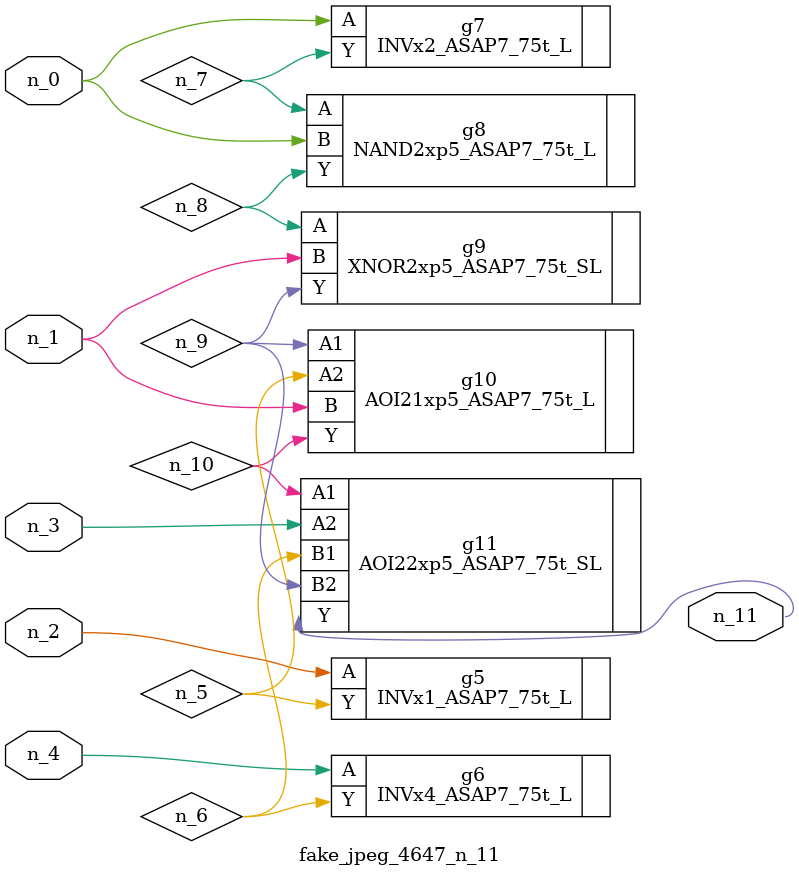
<source format=v>
module fake_jpeg_4647_n_11 (n_3, n_2, n_1, n_0, n_4, n_11);

input n_3;
input n_2;
input n_1;
input n_0;
input n_4;

output n_11;

wire n_10;
wire n_8;
wire n_9;
wire n_6;
wire n_5;
wire n_7;

INVx1_ASAP7_75t_L g5 ( 
.A(n_2),
.Y(n_5)
);

INVx4_ASAP7_75t_L g6 ( 
.A(n_4),
.Y(n_6)
);

INVx2_ASAP7_75t_L g7 ( 
.A(n_0),
.Y(n_7)
);

NAND2xp5_ASAP7_75t_L g8 ( 
.A(n_7),
.B(n_0),
.Y(n_8)
);

XNOR2xp5_ASAP7_75t_SL g9 ( 
.A(n_8),
.B(n_1),
.Y(n_9)
);

AOI21xp5_ASAP7_75t_L g10 ( 
.A1(n_9),
.A2(n_5),
.B(n_1),
.Y(n_10)
);

AOI22xp5_ASAP7_75t_SL g11 ( 
.A1(n_10),
.A2(n_3),
.B1(n_6),
.B2(n_9),
.Y(n_11)
);


endmodule
</source>
